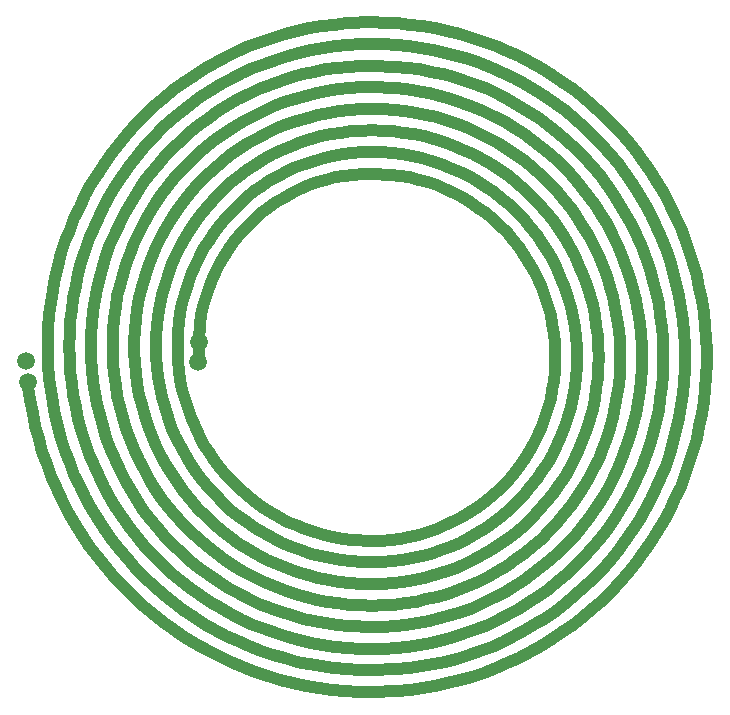
<source format=gbr>
G04 #@! TF.GenerationSoftware,KiCad,Pcbnew,5.0.0+dfsg1-1~bpo9+1*
G04 #@! TF.CreationDate,2018-12-28T11:25:29+01:00*
G04 #@! TF.ProjectId,receive_v1_1,726563656976655F76315F312E6B6963,rev?*
G04 #@! TF.SameCoordinates,Original*
G04 #@! TF.FileFunction,Copper,L2,Bot,Signal*
G04 #@! TF.FilePolarity,Positive*
%FSLAX46Y46*%
G04 Gerber Fmt 4.6, Leading zero omitted, Abs format (unit mm)*
G04 Created by KiCad (PCBNEW 5.0.0+dfsg1-1~bpo9+1) date Fri Dec 28 11:25:29 2018*
%MOMM*%
%LPD*%
G01*
G04 APERTURE LIST*
G04 #@! TA.AperFunction,ViaPad*
%ADD10C,1.500000*%
G04 #@! TD*
G04 #@! TA.AperFunction,Conductor*
%ADD11C,1.016000*%
G04 #@! TD*
G04 APERTURE END LIST*
D10*
G04 #@! TO.N,/receive_v1_1_1/IND*
X103104850Y-104998600D03*
X88525250Y-104897000D03*
X88669547Y-106680000D03*
X103113926Y-103335161D03*
G04 #@! TD*
D11*
G04 #@! TO.N,/receive_v1_1_1/IND*
X117786050Y-78074600D02*
X117786050Y-78074600D01*
X117786050Y-78074600D02*
X116755113Y-78095364D01*
X116755113Y-78095364D02*
X115725848Y-78157623D01*
X115725848Y-78157623D02*
X114699925Y-78261276D01*
X114699925Y-78261276D02*
X113679008Y-78406155D01*
X113679008Y-78406155D02*
X112664752Y-78592024D01*
X112664752Y-78592024D02*
X111658803Y-78818582D01*
X111658803Y-78818582D02*
X110662793Y-79085463D01*
X110662793Y-79085463D02*
X109678336Y-79392232D01*
X109678336Y-79392232D02*
X108707030Y-79738392D01*
X108707030Y-79738392D02*
X107750450Y-80123382D01*
X107750450Y-80123382D02*
X106810149Y-80546578D01*
X106810149Y-80546578D02*
X105887650Y-81007292D01*
X105887650Y-81007292D02*
X104984450Y-81504778D01*
X104984450Y-81504778D02*
X104102015Y-82038229D01*
X104102015Y-82038229D02*
X103241775Y-82606779D01*
X103241775Y-82606779D02*
X102405126Y-83209507D01*
X102405126Y-83209507D02*
X101593425Y-83845434D01*
X101593425Y-83845434D02*
X100807988Y-84513530D01*
X100807988Y-84513530D02*
X100050090Y-85212710D01*
X100050090Y-85212710D02*
X99320960Y-85941840D01*
X99320960Y-85941840D02*
X98621780Y-86699738D01*
X98621780Y-86699738D02*
X97953684Y-87485175D01*
X97953684Y-87485175D02*
X97317757Y-88296876D01*
X97317757Y-88296876D02*
X96715029Y-89133525D01*
X96715029Y-89133525D02*
X96146479Y-89993765D01*
X96146479Y-89993765D02*
X95613028Y-90876200D01*
X95613028Y-90876200D02*
X95115542Y-91779400D01*
X95115542Y-91779400D02*
X94654828Y-92701899D01*
X94654828Y-92701899D02*
X94231632Y-93642200D01*
X94231632Y-93642200D02*
X93846642Y-94598780D01*
X93846642Y-94598780D02*
X93500482Y-95570086D01*
X93500482Y-95570086D02*
X93193713Y-96554543D01*
X93193713Y-96554543D02*
X92926832Y-97550553D01*
X92926832Y-97550553D02*
X92700274Y-98556502D01*
X92700274Y-98556502D02*
X92514405Y-99570758D01*
X92514405Y-99570758D02*
X92369526Y-100591675D01*
X92369526Y-100591675D02*
X92265873Y-101617598D01*
X92265873Y-101617598D02*
X92203614Y-102646863D01*
X92203614Y-102646863D02*
X92182850Y-103677800D01*
X92182850Y-103677800D02*
X92203614Y-104708737D01*
X92203614Y-104708737D02*
X92265873Y-105738002D01*
X92265873Y-105738002D02*
X92369526Y-106763925D01*
X92369526Y-106763925D02*
X92514405Y-107784842D01*
X92514405Y-107784842D02*
X92700274Y-108799098D01*
X92700274Y-108799098D02*
X92926832Y-109805047D01*
X92926832Y-109805047D02*
X93193713Y-110801057D01*
X93193713Y-110801057D02*
X93500482Y-111785514D01*
X93500482Y-111785514D02*
X93846642Y-112756820D01*
X93846642Y-112756820D02*
X94231632Y-113713400D01*
X94231632Y-113713400D02*
X94654828Y-114653701D01*
X94654828Y-114653701D02*
X95115542Y-115576200D01*
X95115542Y-115576200D02*
X95613028Y-116479400D01*
X95613028Y-116479400D02*
X96146479Y-117361835D01*
X96146479Y-117361835D02*
X96715029Y-118222075D01*
X96715029Y-118222075D02*
X97317757Y-119058724D01*
X97317757Y-119058724D02*
X97953684Y-119870425D01*
X97953684Y-119870425D02*
X98621780Y-120655862D01*
X98621780Y-120655862D02*
X99320960Y-121413760D01*
X99320960Y-121413760D02*
X100050090Y-122142890D01*
X100050090Y-122142890D02*
X100807988Y-122842070D01*
X100807988Y-122842070D02*
X101593425Y-123510166D01*
X101593425Y-123510166D02*
X102405126Y-124146093D01*
X102405126Y-124146093D02*
X103241775Y-124748821D01*
X103241775Y-124748821D02*
X104102015Y-125317371D01*
X104102015Y-125317371D02*
X104984450Y-125850822D01*
X104984450Y-125850822D02*
X105887650Y-126348308D01*
X105887650Y-126348308D02*
X106810149Y-126809022D01*
X106810149Y-126809022D02*
X107750450Y-127232218D01*
X107750450Y-127232218D02*
X108707030Y-127617208D01*
X108707030Y-127617208D02*
X109678336Y-127963368D01*
X109678336Y-127963368D02*
X110662793Y-128270137D01*
X110662793Y-128270137D02*
X111658803Y-128537018D01*
X111658803Y-128537018D02*
X112664752Y-128763576D01*
X112664752Y-128763576D02*
X113679008Y-128949445D01*
X113679008Y-128949445D02*
X114699925Y-129094324D01*
X114699925Y-129094324D02*
X115725848Y-129197977D01*
X115725848Y-129197977D02*
X116755113Y-129260236D01*
X116755113Y-129260236D02*
X117786050Y-129281000D01*
X117786050Y-129281000D02*
X117786050Y-129281000D01*
X117786050Y-129281000D02*
X118793071Y-129260454D01*
X118793071Y-129260454D02*
X119798416Y-129198850D01*
X119798416Y-129198850D02*
X120800412Y-129096291D01*
X120800412Y-129096291D02*
X121797391Y-128952947D01*
X121797391Y-128952947D02*
X122787693Y-128769057D01*
X122787693Y-128769057D02*
X123769670Y-128544927D01*
X123769670Y-128544927D02*
X124741689Y-128280930D01*
X124741689Y-128280930D02*
X125702130Y-127977506D01*
X125702130Y-127977506D02*
X126649396Y-127635159D01*
X126649396Y-127635159D02*
X127581909Y-127254459D01*
X127581909Y-127254459D02*
X128498119Y-126836040D01*
X128498119Y-126836040D02*
X129396499Y-126380599D01*
X129396499Y-126380599D02*
X130275555Y-125888893D01*
X130275555Y-125888893D02*
X131133823Y-125361740D01*
X131133823Y-125361740D02*
X131969875Y-124800019D01*
X131969875Y-124800019D02*
X132782320Y-124204664D01*
X132782320Y-124204664D02*
X133569805Y-123576666D01*
X133569805Y-123576666D02*
X134331019Y-122917070D01*
X134331019Y-122917070D02*
X135064696Y-122226974D01*
X135064696Y-122226974D02*
X135769614Y-121507527D01*
X135769614Y-121507527D02*
X136444600Y-120759926D01*
X136444600Y-120759926D02*
X137088531Y-119985415D01*
X137088531Y-119985415D02*
X137700335Y-119185284D01*
X137700335Y-119185284D02*
X138278994Y-118360864D01*
X138278994Y-118360864D02*
X138823544Y-117513527D01*
X138823544Y-117513527D02*
X139333079Y-116644685D01*
X139333079Y-116644685D02*
X139806751Y-115755782D01*
X139806751Y-115755782D02*
X140243772Y-114848298D01*
X140243772Y-114848298D02*
X140643415Y-113923744D01*
X140643415Y-113923744D02*
X141005013Y-112983659D01*
X141005013Y-112983659D02*
X141327966Y-112029607D01*
X141327966Y-112029607D02*
X141611736Y-111063176D01*
X141611736Y-111063176D02*
X141855850Y-110085975D01*
X141855850Y-110085975D02*
X142059903Y-109099630D01*
X142059903Y-109099630D02*
X142223554Y-108105783D01*
X142223554Y-108105783D02*
X142346531Y-107106087D01*
X142346531Y-107106087D02*
X142428629Y-106102208D01*
X142428629Y-106102208D02*
X142469713Y-105095815D01*
X142469713Y-105095815D02*
X142469713Y-104088585D01*
X142469713Y-104088585D02*
X142428629Y-103082192D01*
X142428629Y-103082192D02*
X142346531Y-102078313D01*
X142346531Y-102078313D02*
X142223554Y-101078617D01*
X142223554Y-101078617D02*
X142059903Y-100084770D01*
X142059903Y-100084770D02*
X141855850Y-99098425D01*
X141855850Y-99098425D02*
X141611736Y-98121224D01*
X141611736Y-98121224D02*
X141327966Y-97154793D01*
X141327966Y-97154793D02*
X141005013Y-96200741D01*
X141005013Y-96200741D02*
X140643415Y-95260656D01*
X140643415Y-95260656D02*
X140243772Y-94336102D01*
X140243772Y-94336102D02*
X139806751Y-93428618D01*
X139806751Y-93428618D02*
X139333079Y-92539715D01*
X139333079Y-92539715D02*
X138823544Y-91670873D01*
X138823544Y-91670873D02*
X138278994Y-90823536D01*
X138278994Y-90823536D02*
X137700335Y-89999116D01*
X137700335Y-89999116D02*
X137088531Y-89198985D01*
X137088531Y-89198985D02*
X136444600Y-88424474D01*
X136444600Y-88424474D02*
X135769614Y-87676873D01*
X135769614Y-87676873D02*
X135064696Y-86957426D01*
X135064696Y-86957426D02*
X134331019Y-86267330D01*
X134331019Y-86267330D02*
X133569805Y-85607734D01*
X133569805Y-85607734D02*
X132782320Y-84979736D01*
X132782320Y-84979736D02*
X131969875Y-84384381D01*
X131969875Y-84384381D02*
X131133823Y-83822660D01*
X131133823Y-83822660D02*
X130275555Y-83295507D01*
X130275555Y-83295507D02*
X129396499Y-82803801D01*
X129396499Y-82803801D02*
X128498119Y-82348360D01*
X128498119Y-82348360D02*
X127581909Y-81929941D01*
X127581909Y-81929941D02*
X126649396Y-81549241D01*
X126649396Y-81549241D02*
X125702130Y-81206894D01*
X125702130Y-81206894D02*
X124741689Y-80903470D01*
X124741689Y-80903470D02*
X123769670Y-80639473D01*
X123769670Y-80639473D02*
X122787693Y-80415343D01*
X122787693Y-80415343D02*
X121797391Y-80231453D01*
X121797391Y-80231453D02*
X120800412Y-80088109D01*
X120800412Y-80088109D02*
X119798416Y-79985550D01*
X119798416Y-79985550D02*
X117786050Y-79903400D01*
X117786050Y-79903400D02*
X117786050Y-79903400D01*
X117786050Y-79903400D02*
X116803574Y-79923709D01*
X116803574Y-79923709D02*
X115822776Y-79984602D01*
X115822776Y-79984602D02*
X114845332Y-80085974D01*
X114845332Y-80085974D02*
X113872912Y-80227652D01*
X113872912Y-80227652D02*
X112907178Y-80409394D01*
X112907178Y-80409394D02*
X111949780Y-80630890D01*
X111949780Y-80630890D02*
X111002352Y-80891762D01*
X111002352Y-80891762D02*
X110066515Y-81191563D01*
X110066515Y-81191563D02*
X109143866Y-81529781D01*
X109143866Y-81529781D02*
X108235982Y-81905839D01*
X108235982Y-81905839D02*
X107344415Y-82319093D01*
X107344415Y-82319093D02*
X106470686Y-82768839D01*
X106470686Y-82768839D02*
X105616290Y-83254308D01*
X105616290Y-83254308D02*
X104782686Y-83774669D01*
X104782686Y-83774669D02*
X103971297Y-84329035D01*
X103971297Y-84329035D02*
X103183511Y-84916458D01*
X103183511Y-84916458D02*
X102420673Y-85535934D01*
X102420673Y-85535934D02*
X101684087Y-86186405D01*
X101684087Y-86186405D02*
X100975011Y-86866761D01*
X100975011Y-86866761D02*
X100294655Y-87575837D01*
X100294655Y-87575837D02*
X99644184Y-88312423D01*
X99644184Y-88312423D02*
X99024708Y-89075261D01*
X99024708Y-89075261D02*
X98437285Y-89863047D01*
X98437285Y-89863047D02*
X97882919Y-90674436D01*
X97882919Y-90674436D02*
X97362558Y-91508040D01*
X97362558Y-91508040D02*
X96877089Y-92362436D01*
X96877089Y-92362436D02*
X96427343Y-93236165D01*
X96427343Y-93236165D02*
X96014089Y-94127732D01*
X96014089Y-94127732D02*
X95638031Y-95035616D01*
X95638031Y-95035616D02*
X95299813Y-95958265D01*
X95299813Y-95958265D02*
X95000012Y-96894102D01*
X95000012Y-96894102D02*
X94739140Y-97841530D01*
X94739140Y-97841530D02*
X94517644Y-98798928D01*
X94517644Y-98798928D02*
X94335902Y-99764662D01*
X94335902Y-99764662D02*
X94194224Y-100737082D01*
X94194224Y-100737082D02*
X94092852Y-101714526D01*
X94092852Y-101714526D02*
X94031959Y-102695324D01*
X94031959Y-102695324D02*
X94011650Y-103677800D01*
X94011650Y-103677800D02*
X94031959Y-104660276D01*
X94031959Y-104660276D02*
X94092852Y-105641074D01*
X94092852Y-105641074D02*
X94194224Y-106618518D01*
X94194224Y-106618518D02*
X94335902Y-107590938D01*
X94335902Y-107590938D02*
X94517644Y-108556672D01*
X94517644Y-108556672D02*
X94739140Y-109514070D01*
X94739140Y-109514070D02*
X95000012Y-110461498D01*
X95000012Y-110461498D02*
X95299813Y-111397335D01*
X95299813Y-111397335D02*
X95638031Y-112319984D01*
X95638031Y-112319984D02*
X96014089Y-113227868D01*
X96014089Y-113227868D02*
X96427343Y-114119435D01*
X96427343Y-114119435D02*
X96877089Y-114993164D01*
X96877089Y-114993164D02*
X97362558Y-115847560D01*
X97362558Y-115847560D02*
X97882919Y-116681164D01*
X97882919Y-116681164D02*
X98437285Y-117492553D01*
X98437285Y-117492553D02*
X99024708Y-118280339D01*
X99024708Y-118280339D02*
X99644184Y-119043177D01*
X99644184Y-119043177D02*
X100294655Y-119779763D01*
X100294655Y-119779763D02*
X100975011Y-120488839D01*
X100975011Y-120488839D02*
X101684087Y-121169195D01*
X101684087Y-121169195D02*
X102420673Y-121819666D01*
X102420673Y-121819666D02*
X103183511Y-122439142D01*
X103183511Y-122439142D02*
X103971297Y-123026565D01*
X103971297Y-123026565D02*
X104782686Y-123580931D01*
X104782686Y-123580931D02*
X105616290Y-124101292D01*
X105616290Y-124101292D02*
X106470686Y-124586761D01*
X106470686Y-124586761D02*
X107344415Y-125036507D01*
X107344415Y-125036507D02*
X108235982Y-125449761D01*
X108235982Y-125449761D02*
X109143866Y-125825819D01*
X109143866Y-125825819D02*
X110066515Y-126164037D01*
X110066515Y-126164037D02*
X111002352Y-126463838D01*
X111002352Y-126463838D02*
X111949780Y-126724710D01*
X111949780Y-126724710D02*
X112907178Y-126946206D01*
X112907178Y-126946206D02*
X113872912Y-127127948D01*
X113872912Y-127127948D02*
X114845332Y-127269626D01*
X114845332Y-127269626D02*
X115822776Y-127370998D01*
X115822776Y-127370998D02*
X117786050Y-127452200D01*
X117786050Y-127452200D02*
X117786050Y-127452200D01*
X117786050Y-127452200D02*
X118756256Y-127431602D01*
X118756256Y-127431602D02*
X119724713Y-127369847D01*
X119724713Y-127369847D02*
X120689677Y-127267044D01*
X120689677Y-127267044D02*
X121649409Y-127123380D01*
X121649409Y-127123380D02*
X122602178Y-126939113D01*
X122602178Y-126939113D02*
X123546268Y-126714575D01*
X123546268Y-126714575D02*
X124479979Y-126450172D01*
X124479979Y-126450172D02*
X125401626Y-126146378D01*
X125401626Y-126146378D02*
X126309549Y-125803743D01*
X126309549Y-125803743D02*
X127202113Y-125422883D01*
X127202113Y-125422883D02*
X128077708Y-125004485D01*
X128077708Y-125004485D02*
X128934756Y-124549303D01*
X128934756Y-124549303D02*
X129771715Y-124058156D01*
X129771715Y-124058156D02*
X130587074Y-123531931D01*
X130587074Y-123531931D02*
X131379364Y-122971574D01*
X131379364Y-122971574D02*
X132147159Y-122378097D01*
X132147159Y-122378097D02*
X132889074Y-121752569D01*
X132889074Y-121752569D02*
X133603773Y-121096116D01*
X133603773Y-121096116D02*
X134289966Y-120409923D01*
X134289966Y-120409923D02*
X134946419Y-119695224D01*
X134946419Y-119695224D02*
X135571947Y-118953309D01*
X135571947Y-118953309D02*
X136165424Y-118185514D01*
X136165424Y-118185514D02*
X136725781Y-117393224D01*
X136725781Y-117393224D02*
X137252006Y-116577865D01*
X137252006Y-116577865D02*
X137743153Y-115740906D01*
X137743153Y-115740906D02*
X138198335Y-114883858D01*
X138198335Y-114883858D02*
X138616733Y-114008263D01*
X138616733Y-114008263D02*
X138997593Y-113115699D01*
X138997593Y-113115699D02*
X139340228Y-112207776D01*
X139340228Y-112207776D02*
X139644022Y-111286129D01*
X139644022Y-111286129D02*
X139908425Y-110352418D01*
X139908425Y-110352418D02*
X140132963Y-109408328D01*
X140132963Y-109408328D02*
X140317230Y-108455559D01*
X140317230Y-108455559D02*
X140460894Y-107495827D01*
X140460894Y-107495827D02*
X140563697Y-106530863D01*
X140563697Y-106530863D02*
X140625452Y-105562406D01*
X140625452Y-105562406D02*
X140646050Y-104592200D01*
X140646050Y-104592200D02*
X140625452Y-103621994D01*
X140625452Y-103621994D02*
X140563697Y-102653537D01*
X140563697Y-102653537D02*
X140460894Y-101688573D01*
X140460894Y-101688573D02*
X140317230Y-100728841D01*
X140317230Y-100728841D02*
X140132963Y-99776072D01*
X140132963Y-99776072D02*
X139908425Y-98831982D01*
X139908425Y-98831982D02*
X139644022Y-97898271D01*
X139644022Y-97898271D02*
X139340228Y-96976624D01*
X139340228Y-96976624D02*
X138997593Y-96068701D01*
X138997593Y-96068701D02*
X138616733Y-95176137D01*
X138616733Y-95176137D02*
X138198335Y-94300542D01*
X138198335Y-94300542D02*
X137743153Y-93443494D01*
X137743153Y-93443494D02*
X137252006Y-92606535D01*
X137252006Y-92606535D02*
X136725781Y-91791176D01*
X136725781Y-91791176D02*
X136165424Y-90998886D01*
X136165424Y-90998886D02*
X135571947Y-90231091D01*
X135571947Y-90231091D02*
X134946419Y-89489176D01*
X134946419Y-89489176D02*
X134289966Y-88774477D01*
X134289966Y-88774477D02*
X133603773Y-88088284D01*
X133603773Y-88088284D02*
X132889074Y-87431831D01*
X132889074Y-87431831D02*
X132147159Y-86806303D01*
X132147159Y-86806303D02*
X131379364Y-86212826D01*
X131379364Y-86212826D02*
X130587074Y-85652469D01*
X130587074Y-85652469D02*
X129771715Y-85126244D01*
X129771715Y-85126244D02*
X128934756Y-84635097D01*
X128934756Y-84635097D02*
X128077708Y-84179915D01*
X128077708Y-84179915D02*
X127202113Y-83761517D01*
X127202113Y-83761517D02*
X126309549Y-83380657D01*
X126309549Y-83380657D02*
X125401626Y-83038022D01*
X125401626Y-83038022D02*
X124479979Y-82734228D01*
X124479979Y-82734228D02*
X123546268Y-82469825D01*
X123546268Y-82469825D02*
X122602178Y-82245287D01*
X122602178Y-82245287D02*
X121649409Y-82061020D01*
X121649409Y-82061020D02*
X120689677Y-81917356D01*
X120689677Y-81917356D02*
X119724713Y-81814553D01*
X119724713Y-81814553D02*
X117786050Y-81732200D01*
X117786050Y-81732200D02*
X117786050Y-81732200D01*
X117786050Y-81732200D02*
X116841901Y-81752519D01*
X116841901Y-81752519D02*
X115899501Y-81813439D01*
X115899501Y-81813439D02*
X114960594Y-81914846D01*
X114960594Y-81914846D02*
X114026919Y-82056554D01*
X114026919Y-82056554D02*
X113100205Y-82238299D01*
X113100205Y-82238299D02*
X112182169Y-82459745D01*
X112182169Y-82459745D02*
X111274509Y-82720482D01*
X111274509Y-82720482D02*
X110378907Y-83020027D01*
X110378907Y-83020027D02*
X109497022Y-83357825D01*
X109497022Y-83357825D02*
X108630486Y-83733252D01*
X108630486Y-83733252D02*
X107780904Y-84145611D01*
X107780904Y-84145611D02*
X106949849Y-84594139D01*
X106949849Y-84594139D02*
X106138861Y-85078006D01*
X106138861Y-85078006D02*
X105349440Y-85596315D01*
X105349440Y-85596315D02*
X104583049Y-86148107D01*
X104583049Y-86148107D02*
X103841107Y-86732360D01*
X103841107Y-86732360D02*
X103124988Y-87347993D01*
X103124988Y-87347993D02*
X102436017Y-87993864D01*
X102436017Y-87993864D02*
X101775472Y-88668778D01*
X101775472Y-88668778D02*
X101144574Y-89371485D01*
X101144574Y-89371485D02*
X100544493Y-90100685D01*
X100544493Y-90100685D02*
X99976338Y-90855026D01*
X99976338Y-90855026D02*
X99441164Y-91633112D01*
X99441164Y-91633112D02*
X98939960Y-92433502D01*
X98939960Y-92433502D02*
X98473654Y-93254714D01*
X98473654Y-93254714D02*
X98043111Y-94095227D01*
X98043111Y-94095227D02*
X97649127Y-94953484D01*
X97649127Y-94953484D02*
X97292432Y-95827898D01*
X97292432Y-95827898D02*
X96973686Y-96716847D01*
X96973686Y-96716847D02*
X96693480Y-97618686D01*
X96693480Y-97618686D02*
X96452333Y-98531746D01*
X96452333Y-98531746D02*
X96250691Y-99454335D01*
X96250691Y-99454335D02*
X96088927Y-100384744D01*
X96088927Y-100384744D02*
X95967342Y-101321252D01*
X95967342Y-101321252D02*
X95886159Y-102262123D01*
X95886159Y-102262123D02*
X95845530Y-103205616D01*
X95845530Y-103205616D02*
X95845530Y-104149984D01*
X95845530Y-104149984D02*
X95886159Y-105093477D01*
X95886159Y-105093477D02*
X95967342Y-106034348D01*
X95967342Y-106034348D02*
X96088927Y-106970856D01*
X96088927Y-106970856D02*
X96250691Y-107901265D01*
X96250691Y-107901265D02*
X96452333Y-108823854D01*
X96452333Y-108823854D02*
X96693480Y-109736914D01*
X96693480Y-109736914D02*
X96973686Y-110638753D01*
X96973686Y-110638753D02*
X97292432Y-111527702D01*
X97292432Y-111527702D02*
X97649127Y-112402116D01*
X97649127Y-112402116D02*
X98043111Y-113260373D01*
X98043111Y-113260373D02*
X98473654Y-114100886D01*
X98473654Y-114100886D02*
X98939960Y-114922098D01*
X98939960Y-114922098D02*
X99441164Y-115722488D01*
X99441164Y-115722488D02*
X99976338Y-116500574D01*
X99976338Y-116500574D02*
X100544493Y-117254915D01*
X100544493Y-117254915D02*
X101144574Y-117984115D01*
X101144574Y-117984115D02*
X101775472Y-118686822D01*
X101775472Y-118686822D02*
X102436017Y-119361736D01*
X102436017Y-119361736D02*
X103124988Y-120007607D01*
X103124988Y-120007607D02*
X103841107Y-120623240D01*
X103841107Y-120623240D02*
X104583049Y-121207493D01*
X104583049Y-121207493D02*
X105349440Y-121759285D01*
X105349440Y-121759285D02*
X106138861Y-122277594D01*
X106138861Y-122277594D02*
X106949849Y-122761461D01*
X106949849Y-122761461D02*
X107780904Y-123209989D01*
X107780904Y-123209989D02*
X108630486Y-123622348D01*
X108630486Y-123622348D02*
X109497022Y-123997775D01*
X109497022Y-123997775D02*
X110378907Y-124335573D01*
X110378907Y-124335573D02*
X111274509Y-124635118D01*
X111274509Y-124635118D02*
X112182169Y-124895855D01*
X112182169Y-124895855D02*
X113100205Y-125117301D01*
X113100205Y-125117301D02*
X114026919Y-125299046D01*
X114026919Y-125299046D02*
X114960594Y-125440754D01*
X114960594Y-125440754D02*
X115899501Y-125542161D01*
X115899501Y-125542161D02*
X116841901Y-125603081D01*
X116841901Y-125603081D02*
X117786050Y-125623400D01*
X117786050Y-125623400D02*
X117786050Y-125623400D01*
X117786050Y-125623400D02*
X118716330Y-125602815D01*
X118716330Y-125602815D02*
X119644790Y-125541101D01*
X119644790Y-125541101D02*
X120569610Y-125438379D01*
X120569610Y-125438379D02*
X121488982Y-125294849D01*
X121488982Y-125294849D02*
X122401105Y-125110793D01*
X122401105Y-125110793D02*
X123304194Y-124886570D01*
X123304194Y-124886570D02*
X124196481Y-124622621D01*
X124196481Y-124622621D02*
X125076219Y-124319460D01*
X125076219Y-124319460D02*
X125941687Y-123977683D01*
X125941687Y-123977683D02*
X126791189Y-123597958D01*
X126791189Y-123597958D02*
X127623063Y-123181029D01*
X127623063Y-123181029D02*
X128435681Y-122727710D01*
X128435681Y-122727710D02*
X129227452Y-122238891D01*
X129227452Y-122238891D02*
X129996825Y-121715527D01*
X129996825Y-121715527D02*
X130742296Y-121158644D01*
X130742296Y-121158644D02*
X131462404Y-120569331D01*
X131462404Y-120569331D02*
X132155740Y-119948742D01*
X132155740Y-119948742D02*
X132820946Y-119298092D01*
X132820946Y-119298092D02*
X133456722Y-118618655D01*
X133456722Y-118618655D02*
X134061821Y-117911760D01*
X134061821Y-117911760D02*
X134635059Y-117178791D01*
X134635059Y-117178791D02*
X135175315Y-116421183D01*
X135175315Y-116421183D02*
X135681530Y-115640420D01*
X135681530Y-115640420D02*
X136152714Y-114838030D01*
X136152714Y-114838030D02*
X136587945Y-114015582D01*
X136587945Y-114015582D02*
X136986370Y-113174688D01*
X136986370Y-113174688D02*
X137347209Y-112316993D01*
X137347209Y-112316993D02*
X137669757Y-111444177D01*
X137669757Y-111444177D02*
X137953381Y-110557948D01*
X137953381Y-110557948D02*
X138197526Y-109660040D01*
X138197526Y-109660040D02*
X138401716Y-108752212D01*
X138401716Y-108752212D02*
X138565549Y-107836240D01*
X138565549Y-107836240D02*
X138688705Y-106913918D01*
X138688705Y-106913918D02*
X138770944Y-105987051D01*
X138770944Y-105987051D02*
X138812103Y-105057454D01*
X138812103Y-105057454D02*
X138812103Y-104126946D01*
X138812103Y-104126946D02*
X138770944Y-103197349D01*
X138770944Y-103197349D02*
X138688705Y-102270482D01*
X138688705Y-102270482D02*
X138565549Y-101348160D01*
X138565549Y-101348160D02*
X138401716Y-100432188D01*
X138401716Y-100432188D02*
X138197526Y-99524360D01*
X138197526Y-99524360D02*
X137953381Y-98626452D01*
X137953381Y-98626452D02*
X137669757Y-97740223D01*
X137669757Y-97740223D02*
X137347209Y-96867407D01*
X137347209Y-96867407D02*
X136986370Y-96009712D01*
X136986370Y-96009712D02*
X136587945Y-95168818D01*
X136587945Y-95168818D02*
X136152714Y-94346370D01*
X136152714Y-94346370D02*
X135681530Y-93543980D01*
X135681530Y-93543980D02*
X135175315Y-92763217D01*
X135175315Y-92763217D02*
X134635059Y-92005609D01*
X134635059Y-92005609D02*
X134061821Y-91272640D01*
X134061821Y-91272640D02*
X133456722Y-90565745D01*
X133456722Y-90565745D02*
X132820946Y-89886308D01*
X132820946Y-89886308D02*
X132155740Y-89235658D01*
X132155740Y-89235658D02*
X131462404Y-88615069D01*
X131462404Y-88615069D02*
X130742296Y-88025756D01*
X130742296Y-88025756D02*
X129996825Y-87468873D01*
X129996825Y-87468873D02*
X129227452Y-86945509D01*
X129227452Y-86945509D02*
X128435681Y-86456690D01*
X128435681Y-86456690D02*
X127623063Y-86003371D01*
X127623063Y-86003371D02*
X126791189Y-85586442D01*
X126791189Y-85586442D02*
X125941687Y-85206717D01*
X125941687Y-85206717D02*
X125076219Y-84864940D01*
X125076219Y-84864940D02*
X124196481Y-84561779D01*
X124196481Y-84561779D02*
X123304194Y-84297830D01*
X123304194Y-84297830D02*
X122401105Y-84073607D01*
X122401105Y-84073607D02*
X121488982Y-83889551D01*
X121488982Y-83889551D02*
X120569610Y-83746021D01*
X120569610Y-83746021D02*
X119644790Y-83643299D01*
X119644790Y-83643299D02*
X118716330Y-83581585D01*
X118716330Y-83581585D02*
X117786050Y-83561000D01*
X117786050Y-83561000D02*
X117786050Y-83561000D01*
X117786050Y-123794600D02*
X117786050Y-123794600D01*
X117786050Y-123794600D02*
X118672883Y-123774111D01*
X118672883Y-123774111D02*
X119557824Y-123712686D01*
X119557824Y-123712686D02*
X120438984Y-123610457D01*
X120438984Y-123610457D02*
X121314482Y-123467643D01*
X121314482Y-123467643D02*
X122182450Y-123284547D01*
X122182450Y-123284547D02*
X123041036Y-123061561D01*
X123041036Y-123061561D02*
X123888408Y-122799160D01*
X123888408Y-122799160D02*
X124722757Y-122497905D01*
X124722757Y-122497905D02*
X125542303Y-122158438D01*
X125542303Y-122158438D02*
X126345296Y-121781484D01*
X126345296Y-121781484D02*
X127130024Y-121367847D01*
X127130024Y-121367847D02*
X127894811Y-120918410D01*
X127894811Y-120918410D02*
X128638025Y-120434132D01*
X128638025Y-120434132D02*
X129358081Y-119916046D01*
X129358081Y-119916046D02*
X130053442Y-119365259D01*
X130053442Y-119365259D02*
X130722623Y-118782945D01*
X130722623Y-118782945D02*
X131364197Y-118170347D01*
X131364197Y-118170347D02*
X131976795Y-117528773D01*
X131976795Y-117528773D02*
X132559109Y-116859592D01*
X132559109Y-116859592D02*
X133109896Y-116164231D01*
X133109896Y-116164231D02*
X133627982Y-115444175D01*
X133627982Y-115444175D02*
X134112260Y-114700961D01*
X134112260Y-114700961D02*
X134561697Y-113936174D01*
X134561697Y-113936174D02*
X134975334Y-113151446D01*
X134975334Y-113151446D02*
X135352288Y-112348453D01*
X135352288Y-112348453D02*
X135691755Y-111528907D01*
X135691755Y-111528907D02*
X135993010Y-110694558D01*
X135993010Y-110694558D02*
X136255411Y-109847186D01*
X136255411Y-109847186D02*
X136478397Y-108988600D01*
X136478397Y-108988600D02*
X136661493Y-108120632D01*
X136661493Y-108120632D02*
X136804307Y-107245134D01*
X136804307Y-107245134D02*
X136906536Y-106363974D01*
X136906536Y-106363974D02*
X136967961Y-105479033D01*
X136967961Y-105479033D02*
X136988450Y-104592200D01*
X136988450Y-104592200D02*
X136967961Y-103705367D01*
X136967961Y-103705367D02*
X136906536Y-102820426D01*
X136906536Y-102820426D02*
X136804307Y-101939266D01*
X136804307Y-101939266D02*
X136661493Y-101063768D01*
X136661493Y-101063768D02*
X136478397Y-100195800D01*
X136478397Y-100195800D02*
X136255411Y-99337214D01*
X136255411Y-99337214D02*
X135993010Y-98489842D01*
X135993010Y-98489842D02*
X135691755Y-97655493D01*
X135691755Y-97655493D02*
X135352288Y-96835947D01*
X135352288Y-96835947D02*
X134975334Y-96032954D01*
X134975334Y-96032954D02*
X134561697Y-95248226D01*
X134561697Y-95248226D02*
X134112260Y-94483439D01*
X134112260Y-94483439D02*
X133627982Y-93740225D01*
X133627982Y-93740225D02*
X133109896Y-93020169D01*
X133109896Y-93020169D02*
X132559109Y-92324808D01*
X132559109Y-92324808D02*
X131976795Y-91655627D01*
X131976795Y-91655627D02*
X131364197Y-91014053D01*
X131364197Y-91014053D02*
X130722623Y-90401455D01*
X130722623Y-90401455D02*
X130053442Y-89819141D01*
X130053442Y-89819141D02*
X129358081Y-89268354D01*
X129358081Y-89268354D02*
X128638025Y-88750268D01*
X128638025Y-88750268D02*
X127894811Y-88265990D01*
X127894811Y-88265990D02*
X127130024Y-87816553D01*
X127130024Y-87816553D02*
X126345296Y-87402916D01*
X126345296Y-87402916D02*
X125542303Y-87025962D01*
X125542303Y-87025962D02*
X124722757Y-86686495D01*
X124722757Y-86686495D02*
X123888408Y-86385240D01*
X123888408Y-86385240D02*
X123041036Y-86122839D01*
X123041036Y-86122839D02*
X122182450Y-85899853D01*
X122182450Y-85899853D02*
X121314482Y-85716757D01*
X121314482Y-85716757D02*
X120438984Y-85573943D01*
X120438984Y-85573943D02*
X119557824Y-85471714D01*
X119557824Y-85471714D02*
X118672883Y-85410289D01*
X118672883Y-85410289D02*
X117786050Y-85389800D01*
X117786050Y-85389800D02*
X117786050Y-85389800D01*
X117786050Y-85389800D02*
X116915872Y-85410514D01*
X116915872Y-85410514D02*
X116047665Y-85472609D01*
X116047665Y-85472609D02*
X115183396Y-85575945D01*
X115183396Y-85575945D02*
X114325023Y-85720288D01*
X114325023Y-85720288D02*
X113474491Y-85905310D01*
X113474491Y-85905310D02*
X112633725Y-86130592D01*
X112633725Y-86130592D02*
X111804631Y-86395625D01*
X111804631Y-86395625D02*
X110989087Y-86699807D01*
X110989087Y-86699807D02*
X110188940Y-87042450D01*
X110188940Y-87042450D02*
X109406003Y-87422777D01*
X109406003Y-87422777D02*
X108642050Y-87839927D01*
X108642050Y-87839927D02*
X107898811Y-88292955D01*
X107898811Y-88292955D02*
X107177969Y-88780835D01*
X107177969Y-88780835D02*
X106481158Y-89302461D01*
X106481158Y-89302461D02*
X105809957Y-89856652D01*
X105809957Y-89856652D02*
X105165885Y-90442152D01*
X105165885Y-90442152D02*
X104550402Y-91057635D01*
X104550402Y-91057635D02*
X103964902Y-91701707D01*
X103964902Y-91701707D02*
X103410711Y-92372908D01*
X103410711Y-92372908D02*
X102889085Y-93069719D01*
X102889085Y-93069719D02*
X102401205Y-93790561D01*
X102401205Y-93790561D02*
X101948177Y-94533800D01*
X101948177Y-94533800D02*
X101531027Y-95297753D01*
X101531027Y-95297753D02*
X101150700Y-96080690D01*
X101150700Y-96080690D02*
X100808057Y-96880837D01*
X100808057Y-96880837D02*
X100503875Y-97696381D01*
X100503875Y-97696381D02*
X100238842Y-98525475D01*
X100238842Y-98525475D02*
X100013560Y-99366241D01*
X100013560Y-99366241D02*
X99828538Y-100216773D01*
X99828538Y-100216773D02*
X99684195Y-101075146D01*
X99684195Y-101075146D02*
X99580859Y-101939415D01*
X99580859Y-101939415D02*
X99518764Y-102807622D01*
X99518764Y-102807622D02*
X99498050Y-103677800D01*
X99498050Y-103677800D02*
X99518764Y-104547978D01*
X99518764Y-104547978D02*
X99580859Y-105416185D01*
X99580859Y-105416185D02*
X99684195Y-106280454D01*
X99684195Y-106280454D02*
X99828538Y-107138827D01*
X99828538Y-107138827D02*
X100013560Y-107989359D01*
X100013560Y-107989359D02*
X100238842Y-108830125D01*
X100238842Y-108830125D02*
X100503875Y-109659219D01*
X100503875Y-109659219D02*
X100808057Y-110474763D01*
X100808057Y-110474763D02*
X101150700Y-111274910D01*
X101150700Y-111274910D02*
X101531027Y-112057847D01*
X101531027Y-112057847D02*
X101948177Y-112821800D01*
X101948177Y-112821800D02*
X102401205Y-113565039D01*
X102401205Y-113565039D02*
X102889085Y-114285881D01*
X102889085Y-114285881D02*
X103410711Y-114982692D01*
X103410711Y-114982692D02*
X103964902Y-115653893D01*
X103964902Y-115653893D02*
X104550402Y-116297965D01*
X104550402Y-116297965D02*
X105165885Y-116913448D01*
X105165885Y-116913448D02*
X105809957Y-117498948D01*
X105809957Y-117498948D02*
X106481158Y-118053139D01*
X106481158Y-118053139D02*
X107177969Y-118574765D01*
X107177969Y-118574765D02*
X107898811Y-119062645D01*
X107898811Y-119062645D02*
X108642050Y-119515673D01*
X108642050Y-119515673D02*
X109406003Y-119932823D01*
X109406003Y-119932823D02*
X110188940Y-120313150D01*
X110188940Y-120313150D02*
X110989087Y-120655793D01*
X110989087Y-120655793D02*
X111804631Y-120959975D01*
X111804631Y-120959975D02*
X112633725Y-121225008D01*
X112633725Y-121225008D02*
X113474491Y-121450290D01*
X113474491Y-121450290D02*
X114325023Y-121635312D01*
X114325023Y-121635312D02*
X115183396Y-121779655D01*
X115183396Y-121779655D02*
X116047665Y-121882991D01*
X116047665Y-121882991D02*
X116915872Y-121945086D01*
X116915872Y-121945086D02*
X117786050Y-121965800D01*
X117786050Y-121965800D02*
X117786050Y-121965800D01*
X117786050Y-121965800D02*
X118638532Y-121944873D01*
X118638532Y-121944873D02*
X119488961Y-121882141D01*
X119488961Y-121882141D02*
X120335287Y-121777757D01*
X120335287Y-121777757D02*
X121175471Y-121631971D01*
X121175471Y-121631971D02*
X122007490Y-121445135D01*
X122007490Y-121445135D02*
X122829340Y-121217699D01*
X122829340Y-121217699D02*
X123639040Y-120950210D01*
X123639040Y-120950210D02*
X124434639Y-120643313D01*
X124434639Y-120643313D02*
X125214221Y-120297748D01*
X125214221Y-120297748D02*
X125975908Y-119914347D01*
X125975908Y-119914347D02*
X126717865Y-119494034D01*
X126717865Y-119494034D02*
X127438305Y-119037820D01*
X127438305Y-119037820D02*
X128135491Y-118546806D01*
X128135491Y-118546806D02*
X128807745Y-118022174D01*
X128807745Y-118022174D02*
X129453447Y-117465188D01*
X129453447Y-117465188D02*
X130071040Y-116877190D01*
X130071040Y-116877190D02*
X130659038Y-116259597D01*
X130659038Y-116259597D02*
X131216024Y-115613895D01*
X131216024Y-115613895D02*
X131740656Y-114941641D01*
X131740656Y-114941641D02*
X132231670Y-114244455D01*
X132231670Y-114244455D02*
X132687884Y-113524015D01*
X132687884Y-113524015D02*
X133108197Y-112782058D01*
X133108197Y-112782058D02*
X133491598Y-112020371D01*
X133491598Y-112020371D02*
X133837163Y-111240789D01*
X133837163Y-111240789D02*
X134144060Y-110445190D01*
X134144060Y-110445190D02*
X134411549Y-109635490D01*
X134411549Y-109635490D02*
X134638985Y-108813640D01*
X134638985Y-108813640D02*
X134825821Y-107981621D01*
X134825821Y-107981621D02*
X134971607Y-107141437D01*
X134971607Y-107141437D02*
X135075991Y-106295111D01*
X135075991Y-106295111D02*
X135138723Y-105444682D01*
X135138723Y-105444682D02*
X135159650Y-104592200D01*
X135159650Y-104592200D02*
X135138723Y-103739718D01*
X135138723Y-103739718D02*
X135075991Y-102889289D01*
X135075991Y-102889289D02*
X134971607Y-102042963D01*
X134971607Y-102042963D02*
X134825821Y-101202779D01*
X134825821Y-101202779D02*
X134638985Y-100370760D01*
X134638985Y-100370760D02*
X134411549Y-99548910D01*
X134411549Y-99548910D02*
X134144060Y-98739210D01*
X134144060Y-98739210D02*
X133837163Y-97943611D01*
X133837163Y-97943611D02*
X133491598Y-97164029D01*
X133491598Y-97164029D02*
X133108197Y-96402342D01*
X133108197Y-96402342D02*
X132687884Y-95660385D01*
X132687884Y-95660385D02*
X132231670Y-94939945D01*
X132231670Y-94939945D02*
X131740656Y-94242759D01*
X131740656Y-94242759D02*
X131216024Y-93570505D01*
X131216024Y-93570505D02*
X130659038Y-92924803D01*
X130659038Y-92924803D02*
X130071040Y-92307210D01*
X130071040Y-92307210D02*
X129453447Y-91719212D01*
X129453447Y-91719212D02*
X128807745Y-91162226D01*
X128807745Y-91162226D02*
X128135491Y-90637594D01*
X128135491Y-90637594D02*
X127438305Y-90146580D01*
X127438305Y-90146580D02*
X126717865Y-89690366D01*
X126717865Y-89690366D02*
X125975908Y-89270053D01*
X125975908Y-89270053D02*
X125214221Y-88886652D01*
X125214221Y-88886652D02*
X124434639Y-88541087D01*
X124434639Y-88541087D02*
X123639040Y-88234190D01*
X123639040Y-88234190D02*
X122829340Y-87966701D01*
X122829340Y-87966701D02*
X122007490Y-87739265D01*
X122007490Y-87739265D02*
X121175471Y-87552429D01*
X121175471Y-87552429D02*
X120335287Y-87406643D01*
X120335287Y-87406643D02*
X119488961Y-87302259D01*
X119488961Y-87302259D02*
X118638532Y-87239527D01*
X118638532Y-87239527D02*
X117786050Y-87218600D01*
X117786050Y-87218600D02*
X117786050Y-87218600D01*
X117786050Y-87218600D02*
X116965627Y-87239060D01*
X116965627Y-87239060D02*
X116147243Y-87300389D01*
X116147243Y-87300389D02*
X115332934Y-87402436D01*
X115332934Y-87402436D02*
X114524723Y-87544945D01*
X114524723Y-87544945D02*
X113724621Y-87727563D01*
X113724621Y-87727563D02*
X112934616Y-87949836D01*
X112934616Y-87949836D02*
X112156672Y-88211211D01*
X112156672Y-88211211D02*
X111392724Y-88511039D01*
X111392724Y-88511039D02*
X110644671Y-88848573D01*
X110644671Y-88848573D02*
X109914372Y-89222975D01*
X109914372Y-89222975D02*
X109203644Y-89633315D01*
X109203644Y-89633315D02*
X108514253Y-90078571D01*
X108514253Y-90078571D02*
X107847912Y-90557637D01*
X107847912Y-90557637D02*
X107206280Y-91069321D01*
X107206280Y-91069321D02*
X106590951Y-91612353D01*
X106590951Y-91612353D02*
X106003454Y-92185381D01*
X106003454Y-92185381D02*
X105445251Y-92786980D01*
X105445251Y-92786980D02*
X104917729Y-93415657D01*
X104917729Y-93415657D02*
X104422200Y-94069846D01*
X104422200Y-94069846D02*
X103959895Y-94747923D01*
X103959895Y-94747923D02*
X103531965Y-95448200D01*
X103531965Y-95448200D02*
X103139472Y-96168938D01*
X103139472Y-96168938D02*
X102783393Y-96908343D01*
X102783393Y-96908343D02*
X102464613Y-97664579D01*
X102464613Y-97664579D02*
X102183924Y-98435765D01*
X102183924Y-98435765D02*
X101942025Y-99219983D01*
X101942025Y-99219983D02*
X101739517Y-100015283D01*
X101739517Y-100015283D02*
X101576902Y-100819690D01*
X101576902Y-100819690D02*
X101454586Y-101631202D01*
X101454586Y-101631202D02*
X101372873Y-102447802D01*
X101372873Y-102447802D02*
X101331966Y-103267461D01*
X101331966Y-103267461D02*
X101331966Y-104088139D01*
X101331966Y-104088139D02*
X101372873Y-104907798D01*
X101372873Y-104907798D02*
X101454586Y-105724398D01*
X101454586Y-105724398D02*
X101576902Y-106535910D01*
X101576902Y-106535910D02*
X101739517Y-107340317D01*
X101739517Y-107340317D02*
X101942025Y-108135617D01*
X101942025Y-108135617D02*
X102183924Y-108919835D01*
X102183924Y-108919835D02*
X102464613Y-109691021D01*
X102464613Y-109691021D02*
X102783393Y-110447257D01*
X102783393Y-110447257D02*
X103139472Y-111186662D01*
X103139472Y-111186662D02*
X103531965Y-111907400D01*
X103531965Y-111907400D02*
X103959895Y-112607677D01*
X103959895Y-112607677D02*
X104422200Y-113285754D01*
X104422200Y-113285754D02*
X104917729Y-113939943D01*
X104917729Y-113939943D02*
X105445251Y-114568620D01*
X105445251Y-114568620D02*
X106003454Y-115170219D01*
X106003454Y-115170219D02*
X106590951Y-115743247D01*
X106590951Y-115743247D02*
X107206280Y-116286279D01*
X107206280Y-116286279D02*
X107847912Y-116797963D01*
X107847912Y-116797963D02*
X108514253Y-117277029D01*
X108514253Y-117277029D02*
X109203644Y-117722285D01*
X109203644Y-117722285D02*
X109914372Y-118132625D01*
X109914372Y-118132625D02*
X110644671Y-118507027D01*
X110644671Y-118507027D02*
X111392724Y-118844561D01*
X111392724Y-118844561D02*
X112156672Y-119144389D01*
X112156672Y-119144389D02*
X112934616Y-119405764D01*
X112934616Y-119405764D02*
X113724621Y-119628037D01*
X113724621Y-119628037D02*
X114524723Y-119810655D01*
X114524723Y-119810655D02*
X115332934Y-119953164D01*
X115332934Y-119953164D02*
X116147243Y-120055211D01*
X116147243Y-120055211D02*
X117786050Y-120137000D01*
X117786050Y-120137000D02*
X117786050Y-120137000D01*
X117786050Y-120137000D02*
X118586277Y-120116389D01*
X118586277Y-120116389D02*
X119384382Y-120054611D01*
X119384382Y-120054611D02*
X120178248Y-119951829D01*
X120178248Y-119951829D02*
X120965771Y-119808316D01*
X120965771Y-119808316D02*
X121744862Y-119624453D01*
X121744862Y-119624453D02*
X122513454Y-119400726D01*
X122513454Y-119400726D02*
X123269511Y-119137731D01*
X123269511Y-119137731D02*
X124011026Y-118836163D01*
X124011026Y-118836163D02*
X124736034Y-118496823D01*
X124736034Y-118496823D02*
X125442611Y-118120610D01*
X125442611Y-118120610D02*
X126128885Y-117708522D01*
X126128885Y-117708522D02*
X126793035Y-117261653D01*
X126793035Y-117261653D02*
X127433300Y-116781186D01*
X127433300Y-116781186D02*
X128047983Y-116268396D01*
X128047983Y-116268396D02*
X128635452Y-115724643D01*
X128635452Y-115724643D02*
X129194151Y-115151368D01*
X129194151Y-115151368D02*
X129722598Y-114550093D01*
X129722598Y-114550093D02*
X130219391Y-113922411D01*
X130219391Y-113922411D02*
X130683213Y-113269987D01*
X130683213Y-113269987D02*
X131112834Y-112594551D01*
X131112834Y-112594551D02*
X131507115Y-111897894D01*
X131507115Y-111897894D02*
X131865011Y-111181864D01*
X131865011Y-111181864D02*
X132185571Y-110448360D01*
X132185571Y-110448360D02*
X132467946Y-109699326D01*
X132467946Y-109699326D02*
X132711388Y-108936748D01*
X132711388Y-108936748D02*
X132915250Y-108162650D01*
X132915250Y-108162650D02*
X133078992Y-107379084D01*
X133078992Y-107379084D02*
X133202181Y-106588127D01*
X133202181Y-106588127D02*
X133284488Y-105791877D01*
X133284488Y-105791877D02*
X133325696Y-104992446D01*
X133325696Y-104992446D02*
X133325696Y-104191954D01*
X133325696Y-104191954D02*
X133284488Y-103392523D01*
X133284488Y-103392523D02*
X133202181Y-102596273D01*
X133202181Y-102596273D02*
X133078992Y-101805316D01*
X133078992Y-101805316D02*
X132915250Y-101021750D01*
X132915250Y-101021750D02*
X132711388Y-100247652D01*
X132711388Y-100247652D02*
X132467946Y-99485074D01*
X132467946Y-99485074D02*
X132185571Y-98736040D01*
X132185571Y-98736040D02*
X131865011Y-98002536D01*
X131865011Y-98002536D02*
X131507115Y-97286506D01*
X131507115Y-97286506D02*
X131112834Y-96589849D01*
X131112834Y-96589849D02*
X130683213Y-95914413D01*
X130683213Y-95914413D02*
X130219391Y-95261989D01*
X130219391Y-95261989D02*
X129722598Y-94634307D01*
X129722598Y-94634307D02*
X129194151Y-94033032D01*
X129194151Y-94033032D02*
X128635452Y-93459757D01*
X128635452Y-93459757D02*
X128047983Y-92916004D01*
X128047983Y-92916004D02*
X127433300Y-92403214D01*
X127433300Y-92403214D02*
X126793035Y-91922747D01*
X126793035Y-91922747D02*
X126128885Y-91475878D01*
X126128885Y-91475878D02*
X125442611Y-91063790D01*
X125442611Y-91063790D02*
X124736034Y-90687577D01*
X124736034Y-90687577D02*
X124011026Y-90348237D01*
X124011026Y-90348237D02*
X123269511Y-90046669D01*
X123269511Y-90046669D02*
X122513454Y-89783674D01*
X122513454Y-89783674D02*
X121744862Y-89559947D01*
X121744862Y-89559947D02*
X120965771Y-89376084D01*
X120965771Y-89376084D02*
X120178248Y-89232571D01*
X120178248Y-89232571D02*
X119384382Y-89129789D01*
X119384382Y-89129789D02*
X117786050Y-89047400D01*
X117786050Y-89047400D02*
X117786050Y-89047400D01*
X117786050Y-89047400D02*
X117004852Y-89068204D01*
X117004852Y-89068204D02*
X116225868Y-89130558D01*
X116225868Y-89130558D02*
X115451307Y-89234286D01*
X115451307Y-89234286D02*
X114683366Y-89379092D01*
X114683366Y-89379092D02*
X113924219Y-89564566D01*
X113924219Y-89564566D02*
X113176021Y-89790183D01*
X113176021Y-89790183D02*
X112440892Y-90055303D01*
X112440892Y-90055303D02*
X111720916Y-90359175D01*
X111720916Y-90359175D02*
X111018134Y-90700936D01*
X111018134Y-90700936D02*
X110334538Y-91079619D01*
X110334538Y-91079619D02*
X109672067Y-91494149D01*
X109672067Y-91494149D02*
X109032598Y-91943352D01*
X109032598Y-91943352D02*
X108417944Y-92425953D01*
X108417944Y-92425953D02*
X107829848Y-92940586D01*
X107829848Y-92940586D02*
X107269976Y-93485790D01*
X107269976Y-93485790D02*
X106739917Y-94060021D01*
X106739917Y-94060021D02*
X106241173Y-94661650D01*
X106241173Y-94661650D02*
X105775157Y-95288972D01*
X105775157Y-95288972D02*
X105343191Y-95940208D01*
X105343191Y-95940208D02*
X104946499Y-96613513D01*
X104946499Y-96613513D02*
X104586206Y-97306977D01*
X104586206Y-97306977D02*
X104263334Y-98018635D01*
X104263334Y-98018635D02*
X103978797Y-98746469D01*
X103978797Y-98746469D02*
X103733402Y-99488416D01*
X103733402Y-99488416D02*
X103527846Y-100242372D01*
X103527846Y-100242372D02*
X103362709Y-101006200D01*
X103362709Y-101006200D02*
X103238462Y-101777735D01*
X103238462Y-101777735D02*
X103113926Y-103335161D01*
X103155456Y-102554790D02*
X103113926Y-103335161D01*
X103113926Y-103335161D02*
X103155650Y-104897000D01*
X117786050Y-78074600D02*
X117786050Y-78074600D01*
X117786050Y-78074600D02*
X118827126Y-78095044D01*
X118827126Y-78095044D02*
X119866597Y-78156345D01*
X119866597Y-78156345D02*
X120902860Y-78258408D01*
X120902860Y-78258408D02*
X121934317Y-78401076D01*
X121934317Y-78401076D02*
X122959377Y-78584128D01*
X122959377Y-78584128D02*
X123976461Y-78807283D01*
X123976461Y-78807283D02*
X124983999Y-79070197D01*
X124983999Y-79070197D02*
X125980439Y-79372464D01*
X125980439Y-79372464D02*
X126964244Y-79713617D01*
X126964244Y-79713617D02*
X127933896Y-80093132D01*
X127933896Y-80093132D02*
X128887901Y-80510423D01*
X128887901Y-80510423D02*
X129824788Y-80964845D01*
X129824788Y-80964845D02*
X130743113Y-81455700D01*
X130743113Y-81455700D02*
X131641458Y-81982229D01*
X131641458Y-81982229D02*
X132518439Y-82543621D01*
X132518439Y-82543621D02*
X133372704Y-83139011D01*
X133372704Y-83139011D02*
X134202936Y-83767480D01*
X134202936Y-83767480D02*
X135007854Y-84428059D01*
X135007854Y-84428059D02*
X135786217Y-85119729D01*
X135786217Y-85119729D02*
X136536825Y-85841425D01*
X136536825Y-85841425D02*
X137258521Y-86592033D01*
X137258521Y-86592033D02*
X137950191Y-87370396D01*
X137950191Y-87370396D02*
X138610770Y-88175314D01*
X138610770Y-88175314D02*
X139239239Y-89005546D01*
X139239239Y-89005546D02*
X139834629Y-89859811D01*
X139834629Y-89859811D02*
X140396021Y-90736792D01*
X140396021Y-90736792D02*
X140922550Y-91635137D01*
X140922550Y-91635137D02*
X141413405Y-92553462D01*
X141413405Y-92553462D02*
X141867827Y-93490349D01*
X141867827Y-93490349D02*
X142285118Y-94444354D01*
X142285118Y-94444354D02*
X142664633Y-95414006D01*
X142664633Y-95414006D02*
X143005786Y-96397811D01*
X143005786Y-96397811D02*
X143308053Y-97394251D01*
X143308053Y-97394251D02*
X143570967Y-98401789D01*
X143570967Y-98401789D02*
X143794122Y-99418873D01*
X143794122Y-99418873D02*
X143977174Y-100443933D01*
X143977174Y-100443933D02*
X144119842Y-101475390D01*
X144119842Y-101475390D02*
X144221905Y-102511653D01*
X144221905Y-102511653D02*
X144283206Y-103551124D01*
X144283206Y-103551124D02*
X144303650Y-104592200D01*
X144303650Y-104592200D02*
X144283206Y-105633276D01*
X144283206Y-105633276D02*
X144221905Y-106672747D01*
X144221905Y-106672747D02*
X144119842Y-107709010D01*
X144119842Y-107709010D02*
X143977174Y-108740467D01*
X143977174Y-108740467D02*
X143794122Y-109765527D01*
X143794122Y-109765527D02*
X143570967Y-110782611D01*
X143570967Y-110782611D02*
X143308053Y-111790149D01*
X143308053Y-111790149D02*
X143005786Y-112786589D01*
X143005786Y-112786589D02*
X142664633Y-113770394D01*
X142664633Y-113770394D02*
X142285118Y-114740046D01*
X142285118Y-114740046D02*
X141867827Y-115694051D01*
X141867827Y-115694051D02*
X141413405Y-116630938D01*
X141413405Y-116630938D02*
X140922550Y-117549263D01*
X140922550Y-117549263D02*
X140396021Y-118447608D01*
X140396021Y-118447608D02*
X139834629Y-119324589D01*
X139834629Y-119324589D02*
X139239239Y-120178854D01*
X139239239Y-120178854D02*
X138610770Y-121009086D01*
X138610770Y-121009086D02*
X137950191Y-121814004D01*
X137950191Y-121814004D02*
X137258521Y-122592367D01*
X137258521Y-122592367D02*
X136536825Y-123342975D01*
X136536825Y-123342975D02*
X135786217Y-124064671D01*
X135786217Y-124064671D02*
X135007854Y-124756341D01*
X135007854Y-124756341D02*
X134202936Y-125416920D01*
X134202936Y-125416920D02*
X133372704Y-126045389D01*
X133372704Y-126045389D02*
X132518439Y-126640779D01*
X132518439Y-126640779D02*
X131641458Y-127202171D01*
X131641458Y-127202171D02*
X130743113Y-127728700D01*
X130743113Y-127728700D02*
X129824788Y-128219555D01*
X129824788Y-128219555D02*
X128887901Y-128673977D01*
X128887901Y-128673977D02*
X127933896Y-129091268D01*
X127933896Y-129091268D02*
X126964244Y-129470783D01*
X126964244Y-129470783D02*
X125980439Y-129811936D01*
X125980439Y-129811936D02*
X124983999Y-130114203D01*
X124983999Y-130114203D02*
X123976461Y-130377117D01*
X123976461Y-130377117D02*
X122959377Y-130600272D01*
X122959377Y-130600272D02*
X121934317Y-130783324D01*
X121934317Y-130783324D02*
X120902860Y-130925992D01*
X120902860Y-130925992D02*
X119866597Y-131028055D01*
X119866597Y-131028055D02*
X117786050Y-131109800D01*
X117786050Y-131109800D02*
X117786050Y-131109800D01*
X117786050Y-131109800D02*
X116722364Y-131089170D01*
X116722364Y-131089170D02*
X115660278Y-131027310D01*
X115660278Y-131027310D02*
X114601389Y-130924315D01*
X114601389Y-130924315D02*
X113547290Y-130780338D01*
X113547290Y-130780338D02*
X112499567Y-130595596D01*
X112499567Y-130595596D02*
X111459795Y-130370367D01*
X111459795Y-130370367D02*
X110429539Y-130104990D01*
X110429539Y-130104990D02*
X109410347Y-129799864D01*
X109410347Y-129799864D02*
X108403753Y-129455448D01*
X108403753Y-129455448D02*
X107411271Y-129072260D01*
X107411271Y-129072260D02*
X106434394Y-128650876D01*
X106434394Y-128650876D02*
X105474591Y-128191931D01*
X105474591Y-128191931D02*
X104533305Y-127696113D01*
X104533305Y-127696113D02*
X103611953Y-127164170D01*
X103611953Y-127164170D02*
X102711920Y-126596902D01*
X102711920Y-126596902D02*
X101834560Y-125995160D01*
X101834560Y-125995160D02*
X100981192Y-125359852D01*
X100981192Y-125359852D02*
X100153100Y-124691931D01*
X100153100Y-124691931D02*
X99351530Y-123992403D01*
X99351530Y-123992403D02*
X98577688Y-123262320D01*
X98577688Y-123262320D02*
X97832736Y-122502781D01*
X97832736Y-122502781D02*
X97117796Y-121714926D01*
X97117796Y-121714926D02*
X96433944Y-120899942D01*
X96433944Y-120899942D02*
X95782207Y-120059054D01*
X95782207Y-120059054D02*
X95163565Y-119193528D01*
X95163565Y-119193528D02*
X94578950Y-118304664D01*
X94578950Y-118304664D02*
X94029241Y-117393800D01*
X94029241Y-117393800D02*
X93515264Y-116462306D01*
X93515264Y-116462306D02*
X93037793Y-115511583D01*
X93037793Y-115511583D02*
X92597546Y-114543060D01*
X92597546Y-114543060D02*
X92195184Y-113558195D01*
X92195184Y-113558195D02*
X91831314Y-112558469D01*
X91831314Y-112558469D02*
X91506482Y-111545386D01*
X91506482Y-111545386D02*
X91221177Y-110520469D01*
X91221177Y-110520469D02*
X90975828Y-109485261D01*
X90975828Y-109485261D02*
X90770804Y-108441317D01*
X90770804Y-108441317D02*
X90606413Y-107390208D01*
X90606413Y-107390208D02*
X90482904Y-106333516D01*
X90482904Y-106333516D02*
X90400461Y-105272829D01*
X90400461Y-105272829D02*
X90359208Y-104209743D01*
X90359208Y-104209743D02*
X90359208Y-103145857D01*
X90359208Y-103145857D02*
X90400461Y-102082771D01*
X90400461Y-102082771D02*
X90482904Y-101022084D01*
X90482904Y-101022084D02*
X90606413Y-99965392D01*
X90606413Y-99965392D02*
X90770804Y-98914283D01*
X90770804Y-98914283D02*
X90975828Y-97870339D01*
X90975828Y-97870339D02*
X91221177Y-96835131D01*
X91221177Y-96835131D02*
X91506482Y-95810214D01*
X91506482Y-95810214D02*
X91831314Y-94797131D01*
X91831314Y-94797131D02*
X92195184Y-93797405D01*
X92195184Y-93797405D02*
X92597546Y-92812540D01*
X92597546Y-92812540D02*
X93037793Y-91844017D01*
X93037793Y-91844017D02*
X93515264Y-90893294D01*
X93515264Y-90893294D02*
X94029241Y-89961800D01*
X94029241Y-89961800D02*
X94578950Y-89050936D01*
X94578950Y-89050936D02*
X95163565Y-88162072D01*
X95163565Y-88162072D02*
X95782207Y-87296546D01*
X95782207Y-87296546D02*
X96433944Y-86455658D01*
X96433944Y-86455658D02*
X97117796Y-85640674D01*
X97117796Y-85640674D02*
X97832736Y-84852819D01*
X97832736Y-84852819D02*
X98577688Y-84093280D01*
X98577688Y-84093280D02*
X99351530Y-83363197D01*
X99351530Y-83363197D02*
X100153100Y-82663669D01*
X100153100Y-82663669D02*
X100981192Y-81995748D01*
X100981192Y-81995748D02*
X101834560Y-81360440D01*
X101834560Y-81360440D02*
X102711920Y-80758698D01*
X102711920Y-80758698D02*
X103611953Y-80191430D01*
X103611953Y-80191430D02*
X104533305Y-79659487D01*
X104533305Y-79659487D02*
X105474591Y-79163669D01*
X105474591Y-79163669D02*
X106434394Y-78704724D01*
X106434394Y-78704724D02*
X107411271Y-78283340D01*
X107411271Y-78283340D02*
X108403753Y-77900152D01*
X108403753Y-77900152D02*
X109410347Y-77555736D01*
X109410347Y-77555736D02*
X110429539Y-77250610D01*
X110429539Y-77250610D02*
X111459795Y-76985233D01*
X111459795Y-76985233D02*
X112499567Y-76760004D01*
X112499567Y-76760004D02*
X113547290Y-76575262D01*
X113547290Y-76575262D02*
X114601389Y-76431285D01*
X114601389Y-76431285D02*
X115660278Y-76328290D01*
X115660278Y-76328290D02*
X117786050Y-76245800D01*
X117786050Y-76245800D02*
X117786050Y-76245800D01*
X98296709Y-98692700D02*
X98090011Y-99584916D01*
X98543801Y-97810817D02*
X98296709Y-98692700D01*
X98830775Y-96941094D02*
X98543801Y-97810817D01*
X99157038Y-96085334D02*
X98830775Y-96941094D01*
X99521912Y-95245310D02*
X99157038Y-96085334D01*
X99924641Y-94422764D02*
X99521912Y-95245310D01*
X100364390Y-93619400D02*
X99924641Y-94422764D01*
X100840249Y-92836884D02*
X100364390Y-93619400D01*
X101351230Y-92076837D02*
X100840249Y-92836884D01*
X101896275Y-91340835D02*
X101351230Y-92076837D01*
X102474254Y-90630404D02*
X101896275Y-91340835D01*
X103083969Y-89947015D02*
X102474254Y-90630404D01*
X98830775Y-110414506D02*
X99157038Y-111270266D01*
X98543801Y-109544783D02*
X98830775Y-110414506D01*
X98296709Y-108662900D02*
X98543801Y-109544783D01*
X98090011Y-107770684D02*
X98296709Y-108662900D01*
X97924137Y-106869985D02*
X98090011Y-107770684D01*
X97799429Y-105962670D02*
X97924137Y-106869985D01*
X97716147Y-105050619D02*
X97799429Y-105962670D01*
X97674463Y-104135723D02*
X97716147Y-105050619D01*
X97674463Y-103219877D02*
X97674463Y-104135723D01*
X97716147Y-102304981D02*
X97674463Y-103219877D01*
X97799429Y-101392930D02*
X97716147Y-102304981D01*
X97924137Y-100485615D02*
X97799429Y-101392930D01*
X98090011Y-99584916D02*
X97924137Y-100485615D01*
X116870442Y-123773752D02*
X117786050Y-123794600D01*
X115956732Y-123711253D02*
X116870442Y-123773752D01*
X115046813Y-123607231D02*
X115956732Y-123711253D01*
X114142571Y-123461902D02*
X115046813Y-123607231D01*
X113245882Y-123275568D02*
X114142571Y-123461902D01*
X112358602Y-123048614D02*
X113245882Y-123275568D01*
X111482572Y-122781512D02*
X112358602Y-123048614D01*
X110619607Y-122474814D02*
X111482572Y-122781512D01*
X109771495Y-122129156D02*
X110619607Y-122474814D01*
X108939995Y-121745255D02*
X109771495Y-122129156D01*
X108126829Y-121323907D02*
X108939995Y-121745255D01*
X107333684Y-120865984D02*
X108126829Y-121323907D01*
X106562202Y-120372436D02*
X107333684Y-120865984D01*
X103724156Y-89292085D02*
X103083969Y-89947015D01*
X104393489Y-88666972D02*
X103724156Y-89292085D01*
X105090580Y-88072971D02*
X104393489Y-88666972D01*
X105813984Y-87511314D02*
X105090580Y-88072971D01*
X106562202Y-86983164D02*
X105813984Y-87511314D01*
X107333684Y-86489616D02*
X106562202Y-86983164D01*
X108126829Y-86031693D02*
X107333684Y-86489616D01*
X108939995Y-85610345D02*
X108126829Y-86031693D01*
X109771495Y-85226444D02*
X108939995Y-85610345D01*
X110619607Y-84880786D02*
X109771495Y-85226444D01*
X111482572Y-84574088D02*
X110619607Y-84880786D01*
X112358602Y-84306986D02*
X111482572Y-84574088D01*
X113245882Y-84080032D02*
X112358602Y-84306986D01*
X114142571Y-83893698D02*
X113245882Y-84080032D01*
X115046813Y-83748369D02*
X114142571Y-83893698D01*
X115956732Y-83644347D02*
X115046813Y-83748369D01*
X116870442Y-83581848D02*
X115956732Y-83644347D01*
X117786050Y-83561000D02*
X116870442Y-83581848D01*
X105813984Y-119844286D02*
X106562202Y-120372436D01*
X105090580Y-119282629D02*
X105813984Y-119844286D01*
X104393489Y-118688628D02*
X105090580Y-119282629D01*
X103724156Y-118063515D02*
X104393489Y-118688628D01*
X103083969Y-117408585D02*
X103724156Y-118063515D01*
X102474254Y-116725196D02*
X103083969Y-117408585D01*
X101896275Y-116014765D02*
X102474254Y-116725196D01*
X101351230Y-115278763D02*
X101896275Y-116014765D01*
X100840249Y-114518716D02*
X101351230Y-115278763D01*
X100364390Y-113736200D02*
X100840249Y-114518716D01*
X99924641Y-112932836D02*
X100364390Y-113736200D01*
X99521912Y-112110290D02*
X99924641Y-112932836D01*
X99157038Y-111270266D02*
X99521912Y-112110290D01*
X133922585Y-81287037D02*
X134792929Y-81914359D01*
X133029126Y-80693099D02*
X133922585Y-81287037D01*
X132113830Y-80133396D02*
X133029126Y-80693099D01*
X131178011Y-79608730D02*
X132113830Y-80133396D01*
X130223008Y-79119853D02*
X131178011Y-79608730D01*
X129250189Y-78667464D02*
X130223008Y-79119853D01*
X128260947Y-78252213D02*
X129250189Y-78667464D01*
X127256700Y-77874693D02*
X128260947Y-78252213D01*
X126238887Y-77535446D02*
X127256700Y-77874693D01*
X125208965Y-77234957D02*
X126238887Y-77535446D01*
X124168410Y-76973658D02*
X125208965Y-77234957D01*
X123118713Y-76751922D02*
X124168410Y-76973658D01*
X122061376Y-76570066D02*
X123118713Y-76751922D01*
X120997915Y-76428352D02*
X122061376Y-76570066D01*
X119929853Y-76326983D02*
X120997915Y-76428352D01*
X118858720Y-76266103D02*
X119929853Y-76326983D01*
X117786050Y-76245800D02*
X118858720Y-76266103D01*
X97522006Y-124796384D02*
X96729117Y-124006928D01*
X98344472Y-125554977D02*
X97522006Y-124796384D01*
X99195314Y-126281602D02*
X98344472Y-125554977D01*
X100073289Y-126975196D02*
X99195314Y-126281602D01*
X100977117Y-127634748D02*
X100073289Y-126975196D01*
X101905478Y-128259296D02*
X100977117Y-127634748D01*
X102857018Y-128847927D02*
X101905478Y-128259296D01*
X103830347Y-129399782D02*
X102857018Y-128847927D01*
X104824045Y-129914057D02*
X103830347Y-129399782D01*
X105836662Y-130390000D02*
X104824045Y-129914057D01*
X106866719Y-130826917D02*
X105836662Y-130390000D01*
X107912713Y-131224170D02*
X106866719Y-130826917D01*
X108973118Y-131581180D02*
X107912713Y-131224170D01*
X110046385Y-131897425D02*
X108973118Y-131581180D01*
X111130949Y-132172443D02*
X110046385Y-131897425D01*
X128260947Y-130932187D02*
X127256700Y-131309707D01*
X129250189Y-130516936D02*
X128260947Y-130932187D01*
X130223008Y-130064547D02*
X129250189Y-130516936D01*
X131178011Y-129575670D02*
X130223008Y-130064547D01*
X132113830Y-129051004D02*
X131178011Y-129575670D01*
X133029126Y-128491301D02*
X132113830Y-129051004D01*
X133922585Y-127897363D02*
X133029126Y-128491301D01*
X134792929Y-127270041D02*
X133922585Y-127897363D01*
X135638911Y-126610232D02*
X134792929Y-127270041D01*
X136459319Y-125918883D02*
X135638911Y-126610232D01*
X137252977Y-125196984D02*
X136459319Y-125918883D01*
X138018750Y-124445569D02*
X137252977Y-125196984D01*
X138755539Y-123665714D02*
X138018750Y-124445569D01*
X139462290Y-122858536D02*
X138755539Y-123665714D01*
X140137989Y-122025192D02*
X139462290Y-122858536D01*
X88705728Y-107127080D02*
X88669547Y-106680000D01*
X88859715Y-108235323D02*
X88705728Y-107127080D01*
X89055920Y-109336875D02*
X88859715Y-108235323D01*
X89294058Y-110430129D02*
X89055920Y-109336875D01*
X112225227Y-132405834D02*
X111130949Y-132172443D01*
X113327620Y-132597256D02*
X112225227Y-132405834D01*
X114436521Y-132746430D02*
X113327620Y-132597256D01*
X115550311Y-132853139D02*
X114436521Y-132746430D01*
X116667363Y-132917227D02*
X115550311Y-132853139D01*
X117786049Y-132938600D02*
X116667363Y-132917227D01*
X117786050Y-132938600D02*
X117786049Y-132938600D01*
X119929853Y-132857417D02*
X117786050Y-132938600D01*
X120997915Y-132756048D02*
X119929853Y-132857417D01*
X122061376Y-132614334D02*
X120997915Y-132756048D01*
X123118713Y-132432478D02*
X122061376Y-132614334D01*
X124168410Y-132210742D02*
X123118713Y-132432478D01*
X125208965Y-131949443D02*
X124168410Y-132210742D01*
X126238887Y-131648954D02*
X125208965Y-131949443D01*
X127256700Y-131309707D02*
X126238887Y-131648954D01*
X89573781Y-111513489D02*
X89294058Y-110430129D01*
X89894681Y-112585374D02*
X89573781Y-111513489D01*
X90256290Y-113644219D02*
X89894681Y-112585374D01*
X90658080Y-114688480D02*
X90256290Y-113644219D01*
X91099464Y-115716631D02*
X90658080Y-114688480D01*
X91579797Y-116727172D02*
X91099464Y-115716631D01*
X92098380Y-117718628D02*
X91579797Y-116727172D01*
X92654456Y-118689553D02*
X92098380Y-117718628D01*
X93247211Y-119638528D02*
X92654456Y-118689553D01*
X93875782Y-120564170D02*
X93247211Y-119638528D01*
X94539252Y-121465127D02*
X93875782Y-120564170D01*
X95236650Y-122340083D02*
X94539252Y-121465127D01*
X95966961Y-123187763D02*
X95236650Y-122340083D01*
X96729117Y-124006928D02*
X95966961Y-123187763D01*
X140781670Y-121166875D02*
X140137989Y-122025192D01*
X141392410Y-120284815D02*
X140781670Y-121166875D01*
X141969333Y-119380276D02*
X141392410Y-120284815D01*
X142511615Y-118454553D02*
X141969333Y-119380276D01*
X143018477Y-117508972D02*
X142511615Y-118454553D01*
X143489194Y-116544889D02*
X143018477Y-117508972D01*
X143923092Y-115563683D02*
X143489194Y-116544889D01*
X144319549Y-114566760D02*
X143923092Y-115563683D01*
X144677996Y-113555549D02*
X144319549Y-114566760D01*
X144997921Y-112531498D02*
X144677996Y-113555549D01*
X145278866Y-111496074D02*
X144997921Y-112531498D01*
X145520427Y-110450761D02*
X145278866Y-111496074D01*
X145722259Y-109397055D02*
X145520427Y-110450761D01*
X145884072Y-108336466D02*
X145722259Y-109397055D01*
X146005636Y-107270513D02*
X145884072Y-108336466D01*
X146086775Y-106200724D02*
X146005636Y-107270513D01*
X146127374Y-105128631D02*
X146086775Y-106200724D01*
X146127374Y-104055769D02*
X146127374Y-105128631D01*
X146086775Y-102983676D02*
X146127374Y-104055769D01*
X146005636Y-101913887D02*
X146086775Y-102983676D01*
X145884072Y-100847934D02*
X146005636Y-101913887D01*
X145722259Y-99787345D02*
X145884072Y-100847934D01*
X145520427Y-98733639D02*
X145722259Y-99787345D01*
X145278866Y-97688326D02*
X145520427Y-98733639D01*
X144997921Y-96652902D02*
X145278866Y-97688326D01*
X144677996Y-95628851D02*
X144997921Y-96652902D01*
X144319549Y-94617640D02*
X144677996Y-95628851D01*
X143923092Y-93620717D02*
X144319549Y-94617640D01*
X143489194Y-92639511D02*
X143923092Y-93620717D01*
X143018477Y-91675428D02*
X143489194Y-92639511D01*
X142511615Y-90729847D02*
X143018477Y-91675428D01*
X141969333Y-89804124D02*
X142511615Y-90729847D01*
X141392410Y-88899585D02*
X141969333Y-89804124D01*
X140781670Y-88017525D02*
X141392410Y-88899585D01*
X140137989Y-87159208D02*
X140781670Y-88017525D01*
X139462290Y-86325864D02*
X140137989Y-87159208D01*
X138755539Y-85518686D02*
X139462290Y-86325864D01*
X138018750Y-84738831D02*
X138755539Y-85518686D01*
X137252977Y-83987416D02*
X138018750Y-84738831D01*
X136459319Y-83265517D02*
X137252977Y-83987416D01*
X135638911Y-82574168D02*
X136459319Y-83265517D01*
X134792929Y-81914359D02*
X135638911Y-82574168D01*
X141611736Y-98121224D02*
X141611736Y-98121224D01*
X103113926Y-103335161D02*
X103155456Y-102554790D01*
G04 #@! TD*
M02*

</source>
